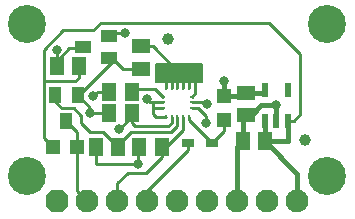
<source format=gbr>
G04 EAGLE Gerber RS-274X export*
G75*
%MOMM*%
%FSLAX34Y34*%
%LPD*%
%INTop Copper*%
%IPPOS*%
%AMOC8*
5,1,8,0,0,1.08239X$1,22.5*%
G01*
%ADD10R,1.300000X1.500000*%
%ADD11R,1.500000X1.300000*%
%ADD12P,2.089446X8X112.500000*%
%ADD13C,1.930400*%
%ADD14C,3.216000*%
%ADD15C,1.000000*%
%ADD16R,1.000000X1.400000*%
%ADD17R,1.400000X1.000000*%
%ADD18R,1.200000X1.300000*%
%ADD19R,1.300000X1.200000*%
%ADD20R,1.000000X0.800000*%
%ADD21R,0.550000X1.200000*%
%ADD22R,0.250000X0.400000*%
%ADD23R,0.400000X0.250000*%
%ADD24C,0.254000*%
%ADD25C,0.800100*%
%ADD26C,0.406400*%

G36*
X139736Y115582D02*
X139736Y115582D01*
X139829Y115584D01*
X139893Y115602D01*
X139960Y115611D01*
X140044Y115644D01*
X140816Y115851D01*
X141614Y115851D01*
X141653Y115814D01*
X141688Y115794D01*
X141719Y115769D01*
X141827Y115718D01*
X141931Y115660D01*
X141970Y115650D01*
X142007Y115633D01*
X142124Y115611D01*
X142239Y115581D01*
X142299Y115577D01*
X142319Y115573D01*
X142320Y115573D01*
X142340Y115575D01*
X142400Y115571D01*
X142518Y115586D01*
X142637Y115593D01*
X142675Y115606D01*
X142716Y115611D01*
X142826Y115654D01*
X142940Y115691D01*
X142974Y115713D01*
X143011Y115728D01*
X143108Y115798D01*
X143192Y115851D01*
X143984Y115851D01*
X144571Y115693D01*
X144663Y115681D01*
X144753Y115659D01*
X144820Y115659D01*
X144887Y115650D01*
X144978Y115661D01*
X145071Y115662D01*
X145186Y115685D01*
X145202Y115687D01*
X145210Y115690D01*
X145229Y115693D01*
X145816Y115851D01*
X146614Y115851D01*
X146653Y115814D01*
X146688Y115794D01*
X146719Y115769D01*
X146827Y115718D01*
X146931Y115660D01*
X146970Y115650D01*
X147007Y115633D01*
X147124Y115611D01*
X147239Y115581D01*
X147299Y115577D01*
X147319Y115573D01*
X147320Y115573D01*
X147340Y115575D01*
X147400Y115571D01*
X147518Y115586D01*
X147637Y115593D01*
X147675Y115606D01*
X147716Y115611D01*
X147826Y115654D01*
X147940Y115691D01*
X147974Y115713D01*
X148011Y115728D01*
X148108Y115798D01*
X148192Y115851D01*
X148984Y115851D01*
X149571Y115693D01*
X149663Y115681D01*
X149753Y115659D01*
X149820Y115659D01*
X149887Y115650D01*
X149978Y115661D01*
X150071Y115662D01*
X150186Y115685D01*
X150202Y115687D01*
X150210Y115690D01*
X150229Y115693D01*
X150816Y115851D01*
X151614Y115851D01*
X151653Y115814D01*
X151688Y115794D01*
X151719Y115769D01*
X151827Y115718D01*
X151931Y115660D01*
X151970Y115650D01*
X152007Y115633D01*
X152124Y115611D01*
X152239Y115581D01*
X152299Y115577D01*
X152319Y115573D01*
X152320Y115573D01*
X152340Y115575D01*
X152400Y115571D01*
X152518Y115586D01*
X152637Y115593D01*
X152675Y115606D01*
X152716Y115611D01*
X152826Y115654D01*
X152940Y115691D01*
X152974Y115713D01*
X153011Y115728D01*
X153108Y115798D01*
X153192Y115851D01*
X153984Y115851D01*
X154571Y115693D01*
X154663Y115681D01*
X154753Y115659D01*
X154820Y115659D01*
X154887Y115650D01*
X154978Y115661D01*
X155071Y115662D01*
X155186Y115685D01*
X155202Y115687D01*
X155210Y115690D01*
X155229Y115693D01*
X155816Y115851D01*
X156614Y115851D01*
X156653Y115814D01*
X156688Y115794D01*
X156719Y115769D01*
X156827Y115718D01*
X156931Y115660D01*
X156970Y115650D01*
X157007Y115633D01*
X157124Y115611D01*
X157239Y115581D01*
X157299Y115577D01*
X157319Y115573D01*
X157320Y115573D01*
X157340Y115575D01*
X157400Y115571D01*
X157518Y115586D01*
X157637Y115593D01*
X157675Y115606D01*
X157716Y115611D01*
X157826Y115654D01*
X157940Y115691D01*
X157974Y115713D01*
X158011Y115728D01*
X158108Y115798D01*
X158192Y115851D01*
X158984Y115851D01*
X159571Y115693D01*
X159663Y115681D01*
X159753Y115659D01*
X159820Y115659D01*
X159887Y115650D01*
X159978Y115661D01*
X160071Y115662D01*
X160186Y115685D01*
X160202Y115687D01*
X160210Y115690D01*
X160229Y115693D01*
X160816Y115851D01*
X161614Y115851D01*
X161653Y115814D01*
X161688Y115794D01*
X161719Y115769D01*
X161827Y115718D01*
X161931Y115660D01*
X161970Y115650D01*
X162007Y115633D01*
X162124Y115611D01*
X162239Y115581D01*
X162299Y115577D01*
X162319Y115573D01*
X162320Y115573D01*
X162340Y115575D01*
X162400Y115571D01*
X162518Y115586D01*
X162637Y115593D01*
X162675Y115606D01*
X162716Y115611D01*
X162826Y115654D01*
X162940Y115691D01*
X162974Y115713D01*
X163011Y115728D01*
X163108Y115798D01*
X163192Y115851D01*
X163984Y115851D01*
X164680Y115664D01*
X164687Y115660D01*
X164752Y115644D01*
X164814Y115618D01*
X164906Y115604D01*
X164995Y115581D01*
X165112Y115574D01*
X165129Y115571D01*
X165137Y115572D01*
X165156Y115571D01*
X172720Y115571D01*
X172838Y115586D01*
X172957Y115593D01*
X172995Y115606D01*
X173036Y115611D01*
X173146Y115654D01*
X173259Y115691D01*
X173294Y115713D01*
X173331Y115728D01*
X173427Y115798D01*
X173528Y115861D01*
X173556Y115891D01*
X173589Y115914D01*
X173665Y116006D01*
X173746Y116093D01*
X173766Y116128D01*
X173791Y116159D01*
X173842Y116267D01*
X173900Y116371D01*
X173910Y116411D01*
X173927Y116447D01*
X173949Y116564D01*
X173979Y116679D01*
X173983Y116740D01*
X173987Y116760D01*
X173985Y116780D01*
X173989Y116840D01*
X173989Y130810D01*
X173974Y130928D01*
X173967Y131047D01*
X173954Y131085D01*
X173949Y131126D01*
X173906Y131236D01*
X173869Y131349D01*
X173847Y131384D01*
X173832Y131421D01*
X173763Y131517D01*
X173699Y131618D01*
X173669Y131646D01*
X173646Y131679D01*
X173554Y131755D01*
X173467Y131836D01*
X173432Y131856D01*
X173401Y131881D01*
X173293Y131932D01*
X173189Y131990D01*
X173149Y132000D01*
X173113Y132017D01*
X172996Y132039D01*
X172881Y132069D01*
X172821Y132073D01*
X172801Y132077D01*
X172780Y132075D01*
X172720Y132079D01*
X134620Y132079D01*
X134502Y132064D01*
X134383Y132057D01*
X134345Y132044D01*
X134304Y132039D01*
X134194Y131996D01*
X134081Y131959D01*
X134046Y131937D01*
X134009Y131922D01*
X133913Y131853D01*
X133812Y131789D01*
X133784Y131759D01*
X133751Y131736D01*
X133676Y131644D01*
X133594Y131557D01*
X133574Y131522D01*
X133549Y131491D01*
X133498Y131383D01*
X133440Y131279D01*
X133430Y131239D01*
X133413Y131203D01*
X133391Y131086D01*
X133361Y130971D01*
X133357Y130911D01*
X133353Y130891D01*
X133354Y130884D01*
X133353Y130882D01*
X133354Y130866D01*
X133351Y130810D01*
X133351Y116840D01*
X133366Y116722D01*
X133373Y116603D01*
X133386Y116565D01*
X133391Y116524D01*
X133434Y116414D01*
X133471Y116301D01*
X133493Y116266D01*
X133508Y116229D01*
X133578Y116133D01*
X133641Y116032D01*
X133671Y116004D01*
X133694Y115971D01*
X133786Y115896D01*
X133873Y115814D01*
X133908Y115794D01*
X133939Y115769D01*
X134047Y115718D01*
X134151Y115660D01*
X134191Y115650D01*
X134227Y115633D01*
X134344Y115611D01*
X134459Y115581D01*
X134520Y115577D01*
X134540Y115573D01*
X134560Y115575D01*
X134620Y115571D01*
X139644Y115571D01*
X139736Y115582D01*
G37*
D10*
X94640Y107950D03*
X113640Y107950D03*
D11*
X210820Y88290D03*
X210820Y107290D03*
X121920Y146660D03*
X121920Y127660D03*
D12*
X50800Y15240D03*
D13*
X76200Y15240D03*
X101600Y15240D03*
X127000Y15240D03*
X152400Y15240D03*
X177800Y15240D03*
X203200Y15240D03*
X228600Y15240D03*
X254000Y15240D03*
D14*
X25400Y36830D03*
X279400Y36830D03*
D15*
X144780Y152400D03*
X260350Y67310D03*
D16*
X58420Y82980D03*
X48920Y104980D03*
X67920Y104980D03*
D17*
X72820Y146050D03*
X94820Y155550D03*
X94820Y136550D03*
D10*
X50190Y129540D03*
X69190Y129540D03*
D18*
X46990Y60960D03*
X67310Y60960D03*
D10*
X83210Y60960D03*
X102210Y60960D03*
X113640Y90170D03*
X94640Y90170D03*
D19*
X191770Y104140D03*
X191770Y83820D03*
D20*
X181450Y64770D03*
X161450Y64770D03*
D14*
X279400Y165100D03*
X25400Y165100D03*
D21*
X226720Y83520D03*
X236220Y83520D03*
X245720Y83520D03*
X245720Y109520D03*
X226720Y109520D03*
D10*
X207670Y66040D03*
X226670Y66040D03*
X120040Y60960D03*
X139040Y60960D03*
D22*
X142400Y86810D03*
X147400Y86810D03*
X152400Y86810D03*
X157400Y86810D03*
X162400Y86810D03*
D23*
X164650Y94060D03*
X164650Y99060D03*
X164650Y104060D03*
D22*
X162400Y111310D03*
X157400Y111310D03*
X152400Y111310D03*
X147400Y111310D03*
X142400Y111310D03*
D23*
X140150Y104060D03*
X140150Y99060D03*
X140150Y94060D03*
D24*
X140150Y104060D02*
X133720Y110490D01*
X116180Y110490D01*
X113640Y107950D01*
X142400Y111310D02*
X142400Y123190D01*
X147400Y123190D01*
X152400Y123190D01*
X154940Y123190D01*
X157400Y123190D01*
X162560Y123190D01*
X162560Y120650D01*
X162560Y111310D01*
X162400Y111310D01*
X157400Y111310D02*
X157400Y123190D01*
X152400Y123190D02*
X152400Y111310D01*
X147400Y111310D02*
X147400Y123190D01*
X131470Y146660D02*
X121920Y146660D01*
X131470Y146660D02*
X154940Y123190D01*
X94640Y107950D02*
X85090Y107950D01*
X81280Y104140D01*
D25*
X81280Y104140D03*
D24*
X164650Y104060D02*
X167640Y107050D01*
X167640Y120650D01*
X162560Y120650D01*
D26*
X207670Y66040D02*
X203200Y61570D01*
X203200Y15240D01*
X207670Y85140D02*
X210820Y88290D01*
X207670Y85140D02*
X207670Y66040D01*
X236220Y83520D02*
X236220Y96520D01*
D25*
X236220Y96520D03*
D26*
X215290Y88290D02*
X210820Y88290D01*
X215290Y88290D02*
X223520Y96520D01*
X236220Y96520D01*
D25*
X140970Y124460D03*
X156210Y124460D03*
D24*
X157400Y86810D02*
X157400Y76120D01*
X141580Y60300D01*
X139040Y60960D02*
X139040Y52680D01*
X125730Y39370D01*
X110490Y39370D01*
X101600Y30480D01*
X101600Y15240D01*
X141580Y60300D02*
X140920Y60960D01*
X139040Y60960D01*
X164650Y99060D02*
X176530Y99060D01*
X177800Y97790D01*
D25*
X177800Y97790D03*
D24*
X170100Y94060D02*
X164650Y94060D01*
X170100Y94060D02*
X176530Y87630D01*
X176530Y81280D01*
D25*
X176530Y81280D03*
D24*
X142400Y86810D02*
X134170Y86810D01*
X132080Y88900D01*
X132080Y93980D01*
X140070Y93980D01*
X140150Y94060D01*
X140150Y99060D02*
X132080Y99060D01*
X132080Y93980D01*
X120040Y60960D02*
X119380Y60960D01*
X119380Y46990D01*
D25*
X119380Y46990D03*
D24*
X83210Y46990D02*
X83210Y60960D01*
X83210Y46990D02*
X119380Y46990D01*
X94640Y90170D02*
X78740Y90170D01*
X106250Y127660D02*
X98956Y134954D01*
X106250Y127660D02*
X121920Y127660D01*
D26*
X224490Y107290D02*
X226720Y109520D01*
X224490Y107290D02*
X210820Y107290D01*
X207670Y104140D01*
X191770Y104140D01*
D25*
X78740Y90170D03*
D26*
X191770Y104140D02*
X191770Y116840D01*
D25*
X191770Y116840D03*
D24*
X98956Y134954D02*
X68982Y104980D01*
X67920Y104980D01*
X129540Y99060D02*
X132080Y99060D01*
X129540Y99060D02*
X127000Y101600D01*
D25*
X127000Y101600D03*
D24*
X78740Y94160D02*
X67920Y104980D01*
X78740Y94160D02*
X78740Y90170D01*
X98956Y134954D02*
X97360Y136550D01*
X94820Y136550D01*
D26*
X226670Y83470D02*
X226720Y83520D01*
X226670Y83470D02*
X226670Y66040D01*
X254000Y38710D01*
X254000Y15240D01*
X245720Y66040D02*
X245720Y83520D01*
X245720Y66040D02*
X226670Y66040D01*
D24*
X81280Y160020D02*
X55880Y160020D01*
X39370Y143510D01*
X39370Y116840D01*
X39370Y68580D01*
X46990Y60960D01*
X245720Y83520D02*
X251160Y83520D01*
X256540Y88900D01*
X256540Y139700D01*
X229870Y166370D01*
X87630Y166370D01*
X81280Y160020D01*
X69190Y129540D02*
X69190Y119990D01*
X66040Y116840D01*
X39370Y116840D01*
X152400Y86810D02*
X152400Y78740D01*
X147320Y73660D01*
X78740Y73660D02*
X71120Y81280D01*
X71120Y87630D01*
X64770Y93980D01*
X54610Y93980D01*
X48920Y99670D01*
X48920Y104980D01*
X78740Y73660D02*
X89510Y73660D01*
X102210Y60960D01*
X113030Y73660D02*
X147320Y73660D01*
X113030Y73660D02*
X102210Y62840D01*
X102210Y60960D01*
X147400Y81360D02*
X147400Y86810D01*
X147400Y81360D02*
X144780Y78740D01*
X116840Y78740D01*
X113640Y81940D01*
X113640Y90170D01*
X113640Y86970D01*
X102870Y76200D01*
D25*
X102870Y76200D03*
X107950Y157480D03*
D24*
X96750Y157480D01*
X94820Y155550D01*
X162400Y86810D02*
X162400Y83820D01*
X181450Y64770D01*
X184150Y67470D01*
X191770Y75090D02*
X191770Y83820D01*
X191770Y75090D02*
X181450Y64770D01*
X74090Y144780D02*
X60960Y144780D01*
X72820Y146050D02*
X74090Y144780D01*
D25*
X50800Y143510D03*
D24*
X50800Y130150D01*
X50800Y126340D01*
X50190Y134010D02*
X60960Y144780D01*
X50190Y134010D02*
X50190Y129540D01*
X50800Y130150D01*
X67310Y74090D02*
X67310Y60960D01*
X67310Y74090D02*
X58420Y82980D01*
X67310Y60960D02*
X67310Y24130D01*
X76200Y15240D01*
X161450Y58580D02*
X161450Y64770D01*
X161450Y58580D02*
X127000Y24130D01*
X127000Y15240D01*
M02*

</source>
